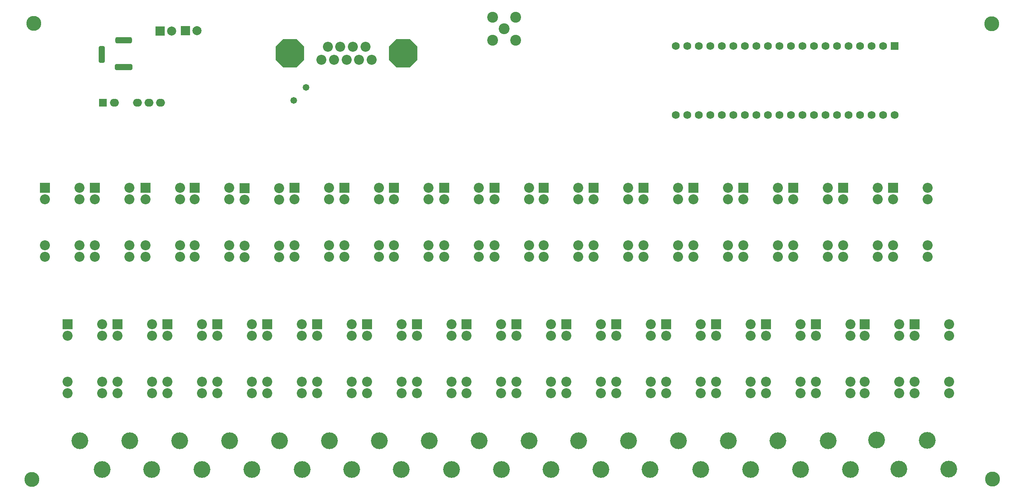
<source format=gbs>
G04*
G04 #@! TF.GenerationSoftware,Altium Limited,Altium Designer,23.1.1 (15)*
G04*
G04 Layer_Color=16711935*
%FSLAX44Y44*%
%MOMM*%
G71*
G04*
G04 #@! TF.SameCoordinates,B1E2939E-79DA-41A2-B67C-80547D0CF300*
G04*
G04*
G04 #@! TF.FilePolarity,Negative*
G04*
G01*
G75*
%ADD26C,1.7272*%
%ADD27R,1.7272X1.7272*%
%ADD28R,2.0032X2.0032*%
%ADD29C,2.0032*%
G04:AMPARAMS|DCode=30|XSize=6.2032mm|YSize=6.2032mm|CornerRadius=0mm|HoleSize=0mm|Usage=FLASHONLY|Rotation=270.000|XOffset=0mm|YOffset=0mm|HoleType=Round|Shape=Octagon|*
%AMOCTAGOND30*
4,1,8,-1.5508,-3.1016,1.5508,-3.1016,3.1016,-1.5508,3.1016,1.5508,1.5508,3.1016,-1.5508,3.1016,-3.1016,1.5508,-3.1016,-1.5508,-1.5508,-3.1016,0.0*
%
%ADD30OCTAGOND30*%

%ADD31C,2.2032*%
G04:AMPARAMS|DCode=32|XSize=3.7032mm|YSize=1.4032mm|CornerRadius=0.4016mm|HoleSize=0mm|Usage=FLASHONLY|Rotation=0.000|XOffset=0mm|YOffset=0mm|HoleType=Round|Shape=RoundedRectangle|*
%AMROUNDEDRECTD32*
21,1,3.7032,0.6000,0,0,0.0*
21,1,2.9000,1.4032,0,0,0.0*
1,1,0.8032,1.4500,-0.3000*
1,1,0.8032,-1.4500,-0.3000*
1,1,0.8032,-1.4500,0.3000*
1,1,0.8032,1.4500,0.3000*
%
%ADD32ROUNDEDRECTD32*%
G04:AMPARAMS|DCode=33|XSize=3.9032mm|YSize=1.4032mm|CornerRadius=0.4016mm|HoleSize=0mm|Usage=FLASHONLY|Rotation=0.000|XOffset=0mm|YOffset=0mm|HoleType=Round|Shape=RoundedRectangle|*
%AMROUNDEDRECTD33*
21,1,3.9032,0.6000,0,0,0.0*
21,1,3.1000,1.4032,0,0,0.0*
1,1,0.8032,1.5500,-0.3000*
1,1,0.8032,-1.5500,-0.3000*
1,1,0.8032,-1.5500,0.3000*
1,1,0.8032,1.5500,0.3000*
%
%ADD33ROUNDEDRECTD33*%
G04:AMPARAMS|DCode=34|XSize=3.7032mm|YSize=1.4032mm|CornerRadius=0.4016mm|HoleSize=0mm|Usage=FLASHONLY|Rotation=90.000|XOffset=0mm|YOffset=0mm|HoleType=Round|Shape=RoundedRectangle|*
%AMROUNDEDRECTD34*
21,1,3.7032,0.6000,0,0,90.0*
21,1,2.9000,1.4032,0,0,90.0*
1,1,0.8032,0.3000,1.4500*
1,1,0.8032,0.3000,-1.4500*
1,1,0.8032,-0.3000,-1.4500*
1,1,0.8032,-0.3000,1.4500*
%
%ADD34ROUNDEDRECTD34*%
%ADD35C,2.4000*%
%ADD36C,3.7032*%
%ADD37R,2.2032X2.2032*%
%ADD38R,1.7032X1.7032*%
%ADD39O,2.0032X1.7032*%
%ADD40C,3.3032*%
%ADD41C,1.4732*%
D26*
X3343951Y1595497D02*
D03*
Y1747997D02*
D03*
X3496351Y1595497D02*
D03*
X3394751D02*
D03*
X3369351D02*
D03*
X3470951D02*
D03*
X3420150D02*
D03*
X3623351D02*
D03*
X3597951D02*
D03*
X3572551D02*
D03*
X3547151D02*
D03*
X3521750D02*
D03*
X3445551D02*
D03*
X3648751D02*
D03*
X3674151D02*
D03*
X3775751D02*
D03*
X3750351D02*
D03*
X3699550D02*
D03*
X3724951D02*
D03*
X3801151D02*
D03*
Y1747997D02*
D03*
X3775751D02*
D03*
X3750351D02*
D03*
X3724951D02*
D03*
X3699550D02*
D03*
X3674151D02*
D03*
X3648751D02*
D03*
X3623351D02*
D03*
X3597951D02*
D03*
X3572551D02*
D03*
X3547151D02*
D03*
X3521750D02*
D03*
X3496351D02*
D03*
X3470951D02*
D03*
X3445551D02*
D03*
X3420150D02*
D03*
X3394751D02*
D03*
X3369351D02*
D03*
X3826551Y1595497D02*
D03*
D27*
Y1747997D02*
D03*
D28*
X2262600Y1782000D02*
D03*
X2207000Y1781000D02*
D03*
D29*
X2288000Y1782000D02*
D03*
X2232400Y1781000D02*
D03*
D30*
X2493000Y1732000D02*
D03*
X2743000D02*
D03*
D31*
X2659550Y1746200D02*
D03*
X2631850D02*
D03*
X2604150D02*
D03*
X2576450D02*
D03*
X2673400Y1717800D02*
D03*
X2645700D02*
D03*
X2618000D02*
D03*
X2590300D02*
D03*
X2562600D02*
D03*
X3239000Y1307400D02*
D03*
X3162800D02*
D03*
X3239000Y1282000D02*
D03*
X3162800D02*
D03*
X3239000Y1409000D02*
D03*
X3162800D02*
D03*
X3239000Y1434400D02*
D03*
X2689000Y1307400D02*
D03*
X2612800D02*
D03*
X2689000Y1282000D02*
D03*
X2612800D02*
D03*
X2689000Y1409000D02*
D03*
X2612800D02*
D03*
X2689000Y1434400D02*
D03*
X2251000D02*
D03*
X2174800Y1409000D02*
D03*
X2251000D02*
D03*
X2174800Y1282000D02*
D03*
X2251000D02*
D03*
X2174800Y1307400D02*
D03*
X2251000D02*
D03*
X3789000Y1434400D02*
D03*
X3712800Y1409000D02*
D03*
X3789000D02*
D03*
X3712800Y1282000D02*
D03*
X3789000D02*
D03*
X3712800Y1307400D02*
D03*
X3789000D02*
D03*
X3459000Y1434400D02*
D03*
X3382800Y1409000D02*
D03*
X3459000D02*
D03*
X3382800Y1282000D02*
D03*
X3459000D02*
D03*
X3382800Y1307400D02*
D03*
X3459000D02*
D03*
X3679000Y1434400D02*
D03*
X3602800Y1409000D02*
D03*
X3679000D02*
D03*
X3602800Y1282000D02*
D03*
X3679000D02*
D03*
X3602800Y1307400D02*
D03*
X3679000D02*
D03*
X3899000Y1434400D02*
D03*
X3822800Y1409000D02*
D03*
X3899000D02*
D03*
X3822800Y1282000D02*
D03*
X3899000D02*
D03*
X3822800Y1307400D02*
D03*
X3899000D02*
D03*
X3947000Y1133400D02*
D03*
X3870800Y1108000D02*
D03*
X3947000D02*
D03*
X3870800Y981000D02*
D03*
X3947000D02*
D03*
X3870800Y1006400D02*
D03*
X3947000D02*
D03*
X3837000Y1133400D02*
D03*
X3760800Y1108000D02*
D03*
X3837000D02*
D03*
X3760800Y981000D02*
D03*
X3837000D02*
D03*
X3760800Y1006400D02*
D03*
X3837000D02*
D03*
X2849000D02*
D03*
X2772800D02*
D03*
X2849000Y981000D02*
D03*
X2772800D02*
D03*
X2849000Y1108000D02*
D03*
X2772800D02*
D03*
X2849000Y1133400D02*
D03*
X2299000Y1006400D02*
D03*
X2222800D02*
D03*
X2299000Y981000D02*
D03*
X2222800D02*
D03*
X2299000Y1108000D02*
D03*
X2222800D02*
D03*
X2299000Y1133400D02*
D03*
X2959000Y1006400D02*
D03*
X2882800D02*
D03*
X2959000Y981000D02*
D03*
X2882800D02*
D03*
X2959000Y1108000D02*
D03*
X2882800D02*
D03*
X2959000Y1133400D02*
D03*
X2739000Y1006400D02*
D03*
X2662800D02*
D03*
X2739000Y981000D02*
D03*
X2662800D02*
D03*
X2739000Y1108000D02*
D03*
X2662800D02*
D03*
X2739000Y1133400D02*
D03*
X3399000Y1006400D02*
D03*
X3322800D02*
D03*
X3399000Y981000D02*
D03*
X3322800D02*
D03*
X3399000Y1108000D02*
D03*
X3322800D02*
D03*
X3399000Y1133400D02*
D03*
X2409000Y1006400D02*
D03*
X2332800D02*
D03*
X2409000Y981000D02*
D03*
X2332800D02*
D03*
X2409000Y1108000D02*
D03*
X2332800D02*
D03*
X2409000Y1133400D02*
D03*
X3069000Y1006400D02*
D03*
X2992800D02*
D03*
X3069000Y981000D02*
D03*
X2992800D02*
D03*
X3069000Y1108000D02*
D03*
X2992800D02*
D03*
X3069000Y1133400D02*
D03*
X3289000Y1006400D02*
D03*
X3212800D02*
D03*
X3289000Y981000D02*
D03*
X3212800D02*
D03*
X3289000Y1108000D02*
D03*
X3212800D02*
D03*
X3289000Y1133400D02*
D03*
X2189000Y1006400D02*
D03*
X2112800D02*
D03*
X2189000Y981000D02*
D03*
X2112800D02*
D03*
X2189000Y1108000D02*
D03*
X2112800D02*
D03*
X2189000Y1133400D02*
D03*
X3179000Y1006400D02*
D03*
X3102800D02*
D03*
X3179000Y981000D02*
D03*
X3102800D02*
D03*
X3179000Y1108000D02*
D03*
X3102800D02*
D03*
X3179000Y1133400D02*
D03*
X2629000Y1006400D02*
D03*
X2552800D02*
D03*
X2629000Y981000D02*
D03*
X2552800D02*
D03*
X2629000Y1108000D02*
D03*
X2552800D02*
D03*
X2629000Y1133400D02*
D03*
X2519000Y1006400D02*
D03*
X2442800D02*
D03*
X2519000Y981000D02*
D03*
X2442800D02*
D03*
X2519000Y1108000D02*
D03*
X2442800D02*
D03*
X2519000Y1133400D02*
D03*
X3619000D02*
D03*
X3542800Y1108000D02*
D03*
X3619000D02*
D03*
X3542800Y981000D02*
D03*
X3619000D02*
D03*
X3542800Y1006400D02*
D03*
X3619000D02*
D03*
X2079000Y1006000D02*
D03*
X2002800D02*
D03*
X2079000Y980600D02*
D03*
X2002800D02*
D03*
X2079000Y1107600D02*
D03*
X2002800D02*
D03*
X2079000Y1133000D02*
D03*
X3509000Y1006400D02*
D03*
X3432800D02*
D03*
X3509000Y981000D02*
D03*
X3432800D02*
D03*
X3509000Y1108000D02*
D03*
X3432800D02*
D03*
X3509000Y1133400D02*
D03*
X3729000D02*
D03*
X3652800Y1108000D02*
D03*
X3729000D02*
D03*
X3652800Y981000D02*
D03*
X3729000D02*
D03*
X3652800Y1006400D02*
D03*
X3729000D02*
D03*
X2359200Y1307400D02*
D03*
X2283000D02*
D03*
X2359200Y1282000D02*
D03*
X2283000D02*
D03*
X2359200Y1409000D02*
D03*
X2283000D02*
D03*
X2359200Y1434400D02*
D03*
X2798200Y1307400D02*
D03*
X2722000D02*
D03*
X2798200Y1282000D02*
D03*
X2722000D02*
D03*
X2798200Y1409000D02*
D03*
X2722000D02*
D03*
X2798200Y1434400D02*
D03*
X3349000D02*
D03*
X3272800Y1409000D02*
D03*
X3349000D02*
D03*
X3272800Y1282000D02*
D03*
X3349000D02*
D03*
X3272800Y1307400D02*
D03*
X3349000D02*
D03*
X2139000Y1434400D02*
D03*
X2062800Y1409000D02*
D03*
X2139000D02*
D03*
X2062800Y1282000D02*
D03*
X2139000D02*
D03*
X2062800Y1307400D02*
D03*
X2139000D02*
D03*
X2579000Y1434400D02*
D03*
X2502800Y1409000D02*
D03*
X2579000D02*
D03*
X2502800Y1282000D02*
D03*
X2579000D02*
D03*
X2502800Y1307400D02*
D03*
X2579000D02*
D03*
X3569000D02*
D03*
X3492800D02*
D03*
X3569000Y1282000D02*
D03*
X3492800D02*
D03*
X3569000Y1409000D02*
D03*
X3492800D02*
D03*
X3569000Y1434400D02*
D03*
X2029000Y1307400D02*
D03*
X1952800D02*
D03*
X2029000Y1282000D02*
D03*
X1952800D02*
D03*
X2029000Y1409000D02*
D03*
X1952800D02*
D03*
X2029000Y1434400D02*
D03*
X3129000D02*
D03*
X3052800Y1409000D02*
D03*
X3129000D02*
D03*
X3052800Y1282000D02*
D03*
X3129000D02*
D03*
X3052800Y1307400D02*
D03*
X3129000D02*
D03*
X2909192Y1434998D02*
D03*
X2832992Y1409598D02*
D03*
X2909192D02*
D03*
X2832992Y1282598D02*
D03*
X2909192D02*
D03*
X2832992Y1307998D02*
D03*
X2909192D02*
D03*
X3020191D02*
D03*
X2943991D02*
D03*
X3020191Y1282598D02*
D03*
X2943991D02*
D03*
X3020191Y1409598D02*
D03*
X2943991D02*
D03*
X3020191Y1434998D02*
D03*
X2469000Y1307000D02*
D03*
X2392800D02*
D03*
X2469000Y1281600D02*
D03*
X2392800D02*
D03*
X2469000Y1408600D02*
D03*
X2392800D02*
D03*
X2469000Y1434000D02*
D03*
D32*
X2126000Y1761000D02*
D03*
D33*
Y1701000D02*
D03*
D34*
X2077750Y1729000D02*
D03*
D35*
X2939600Y1760600D02*
D03*
X2965000Y1786000D02*
D03*
X2990400Y1811400D02*
D03*
Y1760600D02*
D03*
X2939600Y1811400D02*
D03*
D36*
X3350000Y876000D02*
D03*
X3240000D02*
D03*
X2910000D02*
D03*
X3020000D02*
D03*
X3130000D02*
D03*
X2690000D02*
D03*
X2360000D02*
D03*
X2470000D02*
D03*
X2580000D02*
D03*
X2139640D02*
D03*
X2800400D02*
D03*
X2250000D02*
D03*
X3836000Y813000D02*
D03*
X3680000Y876000D02*
D03*
X3898000Y877000D02*
D03*
X3946000Y813000D02*
D03*
X3460000Y876000D02*
D03*
X3569200D02*
D03*
X2030000D02*
D03*
X2299000Y812000D02*
D03*
X3179000D02*
D03*
X2959170D02*
D03*
X2738440D02*
D03*
X2849000D02*
D03*
X3287000D02*
D03*
X3398730D02*
D03*
X3068700D02*
D03*
X3508610D02*
D03*
X2409000D02*
D03*
X2629640D02*
D03*
X2520110D02*
D03*
X2079000D02*
D03*
X3729000D02*
D03*
X3619000D02*
D03*
X2188000D02*
D03*
X3787000Y878000D02*
D03*
D37*
X3162800Y1434400D02*
D03*
X2612800Y1434400D02*
D03*
X2174800D02*
D03*
X3712800Y1434400D02*
D03*
X3382800D02*
D03*
X3602800D02*
D03*
X3822800D02*
D03*
X3870800Y1133400D02*
D03*
X3760800D02*
D03*
X2772800D02*
D03*
X2222800D02*
D03*
X2882800D02*
D03*
X2662800D02*
D03*
X3322800D02*
D03*
X2332800D02*
D03*
X2992800D02*
D03*
X3212800D02*
D03*
X2112800D02*
D03*
X3102800D02*
D03*
X2552800D02*
D03*
X2442800D02*
D03*
X3542800D02*
D03*
X2002800Y1133000D02*
D03*
X3432800Y1133400D02*
D03*
X3652800D02*
D03*
X2283000Y1434400D02*
D03*
X2722000D02*
D03*
X3272800D02*
D03*
X2062800D02*
D03*
X2502800Y1434400D02*
D03*
X3492800D02*
D03*
X1952800Y1434400D02*
D03*
X3052800D02*
D03*
X2832992Y1434998D02*
D03*
X2943991D02*
D03*
X2392800Y1434000D02*
D03*
D38*
X2080900Y1623000D02*
D03*
D39*
X2106200D02*
D03*
X2157000D02*
D03*
X2182400D02*
D03*
X2207800D02*
D03*
D40*
X4041000Y1797000D02*
D03*
X1924000Y790000D02*
D03*
X1928000Y1798000D02*
D03*
X4042000Y791000D02*
D03*
D41*
X2501000Y1628000D02*
D03*
X2528672Y1656610D02*
D03*
M02*

</source>
